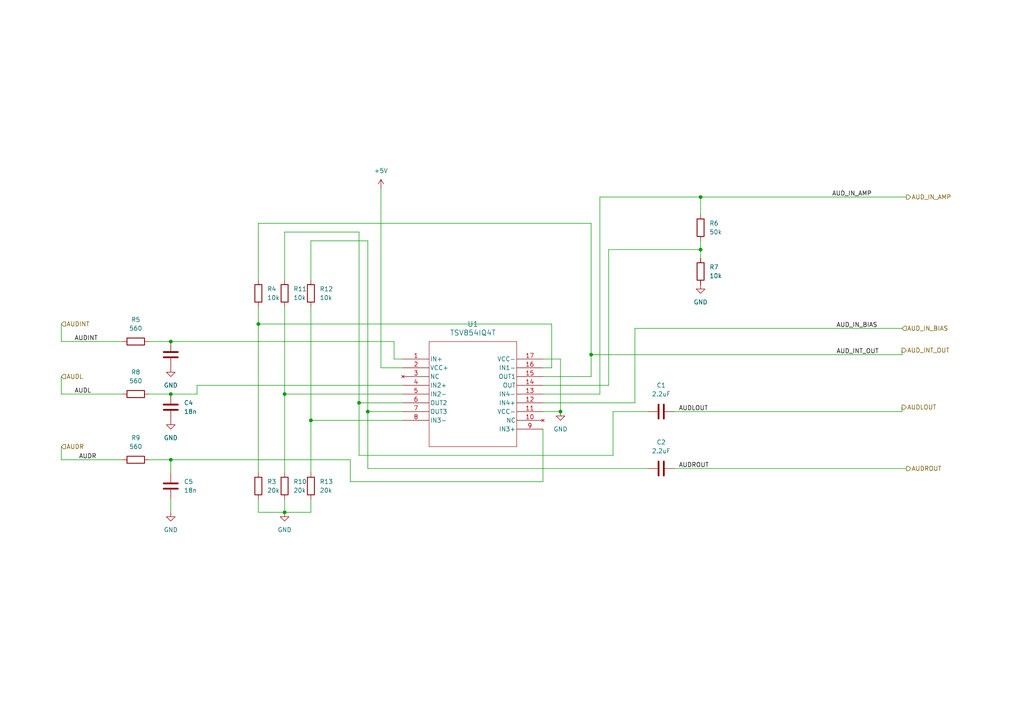
<source format=kicad_sch>
(kicad_sch
	(version 20250114)
	(generator "eeschema")
	(generator_version "9.0")
	(uuid "0d9d09b5-90ba-4c19-8042-ba33067acef6")
	(paper "A4")
	(lib_symbols
		(symbol "Device:C"
			(pin_numbers
				(hide yes)
			)
			(pin_names
				(offset 0.254)
			)
			(exclude_from_sim no)
			(in_bom yes)
			(on_board yes)
			(property "Reference" "C"
				(at 0.635 2.54 0)
				(effects
					(font
						(size 1.27 1.27)
					)
					(justify left)
				)
			)
			(property "Value" "C"
				(at 0.635 -2.54 0)
				(effects
					(font
						(size 1.27 1.27)
					)
					(justify left)
				)
			)
			(property "Footprint" ""
				(at 0.9652 -3.81 0)
				(effects
					(font
						(size 1.27 1.27)
					)
					(hide yes)
				)
			)
			(property "Datasheet" "~"
				(at 0 0 0)
				(effects
					(font
						(size 1.27 1.27)
					)
					(hide yes)
				)
			)
			(property "Description" "Unpolarized capacitor"
				(at 0 0 0)
				(effects
					(font
						(size 1.27 1.27)
					)
					(hide yes)
				)
			)
			(property "ki_keywords" "cap capacitor"
				(at 0 0 0)
				(effects
					(font
						(size 1.27 1.27)
					)
					(hide yes)
				)
			)
			(property "ki_fp_filters" "C_*"
				(at 0 0 0)
				(effects
					(font
						(size 1.27 1.27)
					)
					(hide yes)
				)
			)
			(symbol "C_0_1"
				(polyline
					(pts
						(xy -2.032 0.762) (xy 2.032 0.762)
					)
					(stroke
						(width 0.508)
						(type default)
					)
					(fill
						(type none)
					)
				)
				(polyline
					(pts
						(xy -2.032 -0.762) (xy 2.032 -0.762)
					)
					(stroke
						(width 0.508)
						(type default)
					)
					(fill
						(type none)
					)
				)
			)
			(symbol "C_1_1"
				(pin passive line
					(at 0 3.81 270)
					(length 2.794)
					(name "~"
						(effects
							(font
								(size 1.27 1.27)
							)
						)
					)
					(number "1"
						(effects
							(font
								(size 1.27 1.27)
							)
						)
					)
				)
				(pin passive line
					(at 0 -3.81 90)
					(length 2.794)
					(name "~"
						(effects
							(font
								(size 1.27 1.27)
							)
						)
					)
					(number "2"
						(effects
							(font
								(size 1.27 1.27)
							)
						)
					)
				)
			)
			(embedded_fonts no)
		)
		(symbol "Device:R"
			(pin_numbers
				(hide yes)
			)
			(pin_names
				(offset 0)
			)
			(exclude_from_sim no)
			(in_bom yes)
			(on_board yes)
			(property "Reference" "R"
				(at 2.032 0 90)
				(effects
					(font
						(size 1.27 1.27)
					)
				)
			)
			(property "Value" "R"
				(at 0 0 90)
				(effects
					(font
						(size 1.27 1.27)
					)
				)
			)
			(property "Footprint" ""
				(at -1.778 0 90)
				(effects
					(font
						(size 1.27 1.27)
					)
					(hide yes)
				)
			)
			(property "Datasheet" "~"
				(at 0 0 0)
				(effects
					(font
						(size 1.27 1.27)
					)
					(hide yes)
				)
			)
			(property "Description" "Resistor"
				(at 0 0 0)
				(effects
					(font
						(size 1.27 1.27)
					)
					(hide yes)
				)
			)
			(property "ki_keywords" "R res resistor"
				(at 0 0 0)
				(effects
					(font
						(size 1.27 1.27)
					)
					(hide yes)
				)
			)
			(property "ki_fp_filters" "R_*"
				(at 0 0 0)
				(effects
					(font
						(size 1.27 1.27)
					)
					(hide yes)
				)
			)
			(symbol "R_0_1"
				(rectangle
					(start -1.016 -2.54)
					(end 1.016 2.54)
					(stroke
						(width 0.254)
						(type default)
					)
					(fill
						(type none)
					)
				)
			)
			(symbol "R_1_1"
				(pin passive line
					(at 0 3.81 270)
					(length 1.27)
					(name "~"
						(effects
							(font
								(size 1.27 1.27)
							)
						)
					)
					(number "1"
						(effects
							(font
								(size 1.27 1.27)
							)
						)
					)
				)
				(pin passive line
					(at 0 -3.81 90)
					(length 1.27)
					(name "~"
						(effects
							(font
								(size 1.27 1.27)
							)
						)
					)
					(number "2"
						(effects
							(font
								(size 1.27 1.27)
							)
						)
					)
				)
			)
			(embedded_fonts no)
		)
		(symbol "power:+5V"
			(power)
			(pin_numbers
				(hide yes)
			)
			(pin_names
				(offset 0)
				(hide yes)
			)
			(exclude_from_sim no)
			(in_bom yes)
			(on_board yes)
			(property "Reference" "#PWR"
				(at 0 -3.81 0)
				(effects
					(font
						(size 1.27 1.27)
					)
					(hide yes)
				)
			)
			(property "Value" "+5V"
				(at 0 3.556 0)
				(effects
					(font
						(size 1.27 1.27)
					)
				)
			)
			(property "Footprint" ""
				(at 0 0 0)
				(effects
					(font
						(size 1.27 1.27)
					)
					(hide yes)
				)
			)
			(property "Datasheet" ""
				(at 0 0 0)
				(effects
					(font
						(size 1.27 1.27)
					)
					(hide yes)
				)
			)
			(property "Description" "Power symbol creates a global label with name \"+5V\""
				(at 0 0 0)
				(effects
					(font
						(size 1.27 1.27)
					)
					(hide yes)
				)
			)
			(property "ki_keywords" "global power"
				(at 0 0 0)
				(effects
					(font
						(size 1.27 1.27)
					)
					(hide yes)
				)
			)
			(symbol "+5V_0_1"
				(polyline
					(pts
						(xy -0.762 1.27) (xy 0 2.54)
					)
					(stroke
						(width 0)
						(type default)
					)
					(fill
						(type none)
					)
				)
				(polyline
					(pts
						(xy 0 2.54) (xy 0.762 1.27)
					)
					(stroke
						(width 0)
						(type default)
					)
					(fill
						(type none)
					)
				)
				(polyline
					(pts
						(xy 0 0) (xy 0 2.54)
					)
					(stroke
						(width 0)
						(type default)
					)
					(fill
						(type none)
					)
				)
			)
			(symbol "+5V_1_1"
				(pin power_in line
					(at 0 0 90)
					(length 0)
					(name "~"
						(effects
							(font
								(size 1.27 1.27)
							)
						)
					)
					(number "1"
						(effects
							(font
								(size 1.27 1.27)
							)
						)
					)
				)
			)
			(embedded_fonts no)
		)
		(symbol "power:GND"
			(power)
			(pin_numbers
				(hide yes)
			)
			(pin_names
				(offset 0)
				(hide yes)
			)
			(exclude_from_sim no)
			(in_bom yes)
			(on_board yes)
			(property "Reference" "#PWR"
				(at 0 -6.35 0)
				(effects
					(font
						(size 1.27 1.27)
					)
					(hide yes)
				)
			)
			(property "Value" "GND"
				(at 0 -3.81 0)
				(effects
					(font
						(size 1.27 1.27)
					)
				)
			)
			(property "Footprint" ""
				(at 0 0 0)
				(effects
					(font
						(size 1.27 1.27)
					)
					(hide yes)
				)
			)
			(property "Datasheet" ""
				(at 0 0 0)
				(effects
					(font
						(size 1.27 1.27)
					)
					(hide yes)
				)
			)
			(property "Description" "Power symbol creates a global label with name \"GND\" , ground"
				(at 0 0 0)
				(effects
					(font
						(size 1.27 1.27)
					)
					(hide yes)
				)
			)
			(property "ki_keywords" "global power"
				(at 0 0 0)
				(effects
					(font
						(size 1.27 1.27)
					)
					(hide yes)
				)
			)
			(symbol "GND_0_1"
				(polyline
					(pts
						(xy 0 0) (xy 0 -1.27) (xy 1.27 -1.27) (xy 0 -2.54) (xy -1.27 -1.27) (xy 0 -1.27)
					)
					(stroke
						(width 0)
						(type default)
					)
					(fill
						(type none)
					)
				)
			)
			(symbol "GND_1_1"
				(pin power_in line
					(at 0 0 270)
					(length 0)
					(name "~"
						(effects
							(font
								(size 1.27 1.27)
							)
						)
					)
					(number "1"
						(effects
							(font
								(size 1.27 1.27)
							)
						)
					)
				)
			)
			(embedded_fonts no)
		)
		(symbol "tsv854:TSV854IQ4T"
			(pin_names
				(offset 0.254)
			)
			(exclude_from_sim no)
			(in_bom yes)
			(on_board yes)
			(property "Reference" "U"
				(at 20.32 10.16 0)
				(effects
					(font
						(size 1.524 1.524)
					)
				)
			)
			(property "Value" "TSV854IQ4T"
				(at 20.32 7.62 0)
				(effects
					(font
						(size 1.524 1.524)
					)
				)
			)
			(property "Footprint" "QFN16_3X3_STM"
				(at 0 0 0)
				(effects
					(font
						(size 1.27 1.27)
						(italic yes)
					)
					(hide yes)
				)
			)
			(property "Datasheet" "TSV854IQ4T"
				(at 0 0 0)
				(effects
					(font
						(size 1.27 1.27)
						(italic yes)
					)
					(hide yes)
				)
			)
			(property "Description" ""
				(at 0 0 0)
				(effects
					(font
						(size 1.27 1.27)
					)
					(hide yes)
				)
			)
			(property "ki_locked" ""
				(at 0 0 0)
				(effects
					(font
						(size 1.27 1.27)
					)
				)
			)
			(property "ki_keywords" "TSV854IQ4T"
				(at 0 0 0)
				(effects
					(font
						(size 1.27 1.27)
					)
					(hide yes)
				)
			)
			(property "ki_fp_filters" "QFN16_3X3_STM QFN16_3X3_STM-M QFN16_3X3_STM-L"
				(at 0 0 0)
				(effects
					(font
						(size 1.27 1.27)
					)
					(hide yes)
				)
			)
			(symbol "TSV854IQ4T_0_1"
				(polyline
					(pts
						(xy 7.62 5.08) (xy 7.62 -25.4)
					)
					(stroke
						(width 0.127)
						(type default)
					)
					(fill
						(type none)
					)
				)
				(polyline
					(pts
						(xy 7.62 -25.4) (xy 33.02 -25.4)
					)
					(stroke
						(width 0.127)
						(type default)
					)
					(fill
						(type none)
					)
				)
				(polyline
					(pts
						(xy 33.02 5.08) (xy 7.62 5.08)
					)
					(stroke
						(width 0.127)
						(type default)
					)
					(fill
						(type none)
					)
				)
				(polyline
					(pts
						(xy 33.02 -25.4) (xy 33.02 5.08)
					)
					(stroke
						(width 0.127)
						(type default)
					)
					(fill
						(type none)
					)
				)
				(pin input line
					(at 0 0 0)
					(length 7.62)
					(name "IN+"
						(effects
							(font
								(size 1.27 1.27)
							)
						)
					)
					(number "1"
						(effects
							(font
								(size 1.27 1.27)
							)
						)
					)
				)
				(pin power_in line
					(at 0 -2.54 0)
					(length 7.62)
					(name "VCC+"
						(effects
							(font
								(size 1.27 1.27)
							)
						)
					)
					(number "2"
						(effects
							(font
								(size 1.27 1.27)
							)
						)
					)
				)
				(pin no_connect line
					(at 0 -5.08 0)
					(length 7.62)
					(name "NC"
						(effects
							(font
								(size 1.27 1.27)
							)
						)
					)
					(number "3"
						(effects
							(font
								(size 1.27 1.27)
							)
						)
					)
				)
				(pin input line
					(at 0 -7.62 0)
					(length 7.62)
					(name "IN2+"
						(effects
							(font
								(size 1.27 1.27)
							)
						)
					)
					(number "4"
						(effects
							(font
								(size 1.27 1.27)
							)
						)
					)
				)
				(pin input line
					(at 0 -10.16 0)
					(length 7.62)
					(name "IN2-"
						(effects
							(font
								(size 1.27 1.27)
							)
						)
					)
					(number "5"
						(effects
							(font
								(size 1.27 1.27)
							)
						)
					)
				)
				(pin output line
					(at 0 -12.7 0)
					(length 7.62)
					(name "OUT2"
						(effects
							(font
								(size 1.27 1.27)
							)
						)
					)
					(number "6"
						(effects
							(font
								(size 1.27 1.27)
							)
						)
					)
				)
				(pin output line
					(at 0 -15.24 0)
					(length 7.62)
					(name "OUT3"
						(effects
							(font
								(size 1.27 1.27)
							)
						)
					)
					(number "7"
						(effects
							(font
								(size 1.27 1.27)
							)
						)
					)
				)
				(pin input line
					(at 0 -17.78 0)
					(length 7.62)
					(name "IN3-"
						(effects
							(font
								(size 1.27 1.27)
							)
						)
					)
					(number "8"
						(effects
							(font
								(size 1.27 1.27)
							)
						)
					)
				)
				(pin power_in line
					(at 40.64 0 180)
					(length 7.62)
					(name "VCC-"
						(effects
							(font
								(size 1.27 1.27)
							)
						)
					)
					(number "17"
						(effects
							(font
								(size 1.27 1.27)
							)
						)
					)
				)
				(pin input line
					(at 40.64 -2.54 180)
					(length 7.62)
					(name "IN1-"
						(effects
							(font
								(size 1.27 1.27)
							)
						)
					)
					(number "16"
						(effects
							(font
								(size 1.27 1.27)
							)
						)
					)
				)
				(pin output line
					(at 40.64 -5.08 180)
					(length 7.62)
					(name "OUT1"
						(effects
							(font
								(size 1.27 1.27)
							)
						)
					)
					(number "15"
						(effects
							(font
								(size 1.27 1.27)
							)
						)
					)
				)
				(pin output line
					(at 40.64 -7.62 180)
					(length 7.62)
					(name "OUT"
						(effects
							(font
								(size 1.27 1.27)
							)
						)
					)
					(number "14"
						(effects
							(font
								(size 1.27 1.27)
							)
						)
					)
				)
				(pin input line
					(at 40.64 -10.16 180)
					(length 7.62)
					(name "IN4-"
						(effects
							(font
								(size 1.27 1.27)
							)
						)
					)
					(number "13"
						(effects
							(font
								(size 1.27 1.27)
							)
						)
					)
				)
				(pin input line
					(at 40.64 -12.7 180)
					(length 7.62)
					(name "IN4+"
						(effects
							(font
								(size 1.27 1.27)
							)
						)
					)
					(number "12"
						(effects
							(font
								(size 1.27 1.27)
							)
						)
					)
				)
				(pin power_in line
					(at 40.64 -15.24 180)
					(length 7.62)
					(name "VCC-"
						(effects
							(font
								(size 1.27 1.27)
							)
						)
					)
					(number "11"
						(effects
							(font
								(size 1.27 1.27)
							)
						)
					)
				)
				(pin no_connect line
					(at 40.64 -17.78 180)
					(length 7.62)
					(name "NC"
						(effects
							(font
								(size 1.27 1.27)
							)
						)
					)
					(number "10"
						(effects
							(font
								(size 1.27 1.27)
							)
						)
					)
				)
				(pin input line
					(at 40.64 -20.32 180)
					(length 7.62)
					(name "IN3+"
						(effects
							(font
								(size 1.27 1.27)
							)
						)
					)
					(number "9"
						(effects
							(font
								(size 1.27 1.27)
							)
						)
					)
				)
			)
			(embedded_fonts no)
		)
	)
	(junction
		(at 104.14 116.84)
		(diameter 0)
		(color 0 0 0 0)
		(uuid "2ffee229-b72a-4ba7-8b01-af9ca16bc921")
	)
	(junction
		(at 203.2 72.39)
		(diameter 0)
		(color 0 0 0 0)
		(uuid "37578e09-3225-4dc3-b3f4-e563b3ed4488")
	)
	(junction
		(at 90.17 121.92)
		(diameter 0)
		(color 0 0 0 0)
		(uuid "49cb0b6f-5c76-4a29-b25f-eb6ff014cf96")
	)
	(junction
		(at 49.53 133.35)
		(diameter 0)
		(color 0 0 0 0)
		(uuid "6d3fd435-4cae-482d-9ced-70aa5794d7e8")
	)
	(junction
		(at 203.2 57.15)
		(diameter 0)
		(color 0 0 0 0)
		(uuid "7dc97c82-b5d3-4bb8-971c-250eec6dc043")
	)
	(junction
		(at 82.55 148.59)
		(diameter 0)
		(color 0 0 0 0)
		(uuid "8816735e-3775-41f5-845d-01af961798cf")
	)
	(junction
		(at 49.53 99.06)
		(diameter 0)
		(color 0 0 0 0)
		(uuid "91ab528f-a75f-4311-a7e7-31f8bc72cab0")
	)
	(junction
		(at 171.45 102.87)
		(diameter 0)
		(color 0 0 0 0)
		(uuid "d2e92a07-fe40-438f-b358-ee6add87b48e")
	)
	(junction
		(at 74.93 93.98)
		(diameter 0)
		(color 0 0 0 0)
		(uuid "d3d8af00-d6d3-4437-a8e7-73b84939e090")
	)
	(junction
		(at 49.53 114.3)
		(diameter 0)
		(color 0 0 0 0)
		(uuid "d4871015-7b02-430b-883f-56fff6e17c3e")
	)
	(junction
		(at 162.56 119.38)
		(diameter 0)
		(color 0 0 0 0)
		(uuid "dd5acc39-1aac-4ddc-bd00-29eae6cc968e")
	)
	(junction
		(at 106.68 119.38)
		(diameter 0)
		(color 0 0 0 0)
		(uuid "e6661e37-932a-42ea-b70a-f111d856d481")
	)
	(junction
		(at 82.55 114.3)
		(diameter 0)
		(color 0 0 0 0)
		(uuid "ffd66eda-62cc-4287-ba40-ae65838a106a")
	)
	(wire
		(pts
			(xy 171.45 102.87) (xy 171.45 64.77)
		)
		(stroke
			(width 0)
			(type default)
		)
		(uuid "01a5abd4-59cb-4e57-ab9d-a93201d5ed68")
	)
	(wire
		(pts
			(xy 157.48 109.22) (xy 171.45 109.22)
		)
		(stroke
			(width 0)
			(type default)
		)
		(uuid "0364514e-3d3e-4584-92d0-2c47935efece")
	)
	(wire
		(pts
			(xy 17.78 93.98) (xy 17.78 99.06)
		)
		(stroke
			(width 0)
			(type default)
		)
		(uuid "03a22117-a2b8-4425-8c09-993bfbf4da9b")
	)
	(wire
		(pts
			(xy 114.3 104.14) (xy 114.3 99.06)
		)
		(stroke
			(width 0)
			(type default)
		)
		(uuid "04aba188-583b-4ced-963a-126b19a9530f")
	)
	(wire
		(pts
			(xy 49.53 144.78) (xy 49.53 148.59)
		)
		(stroke
			(width 0)
			(type default)
		)
		(uuid "04c2677a-1c96-40a3-bb94-c28b94480a73")
	)
	(wire
		(pts
			(xy 160.02 93.98) (xy 74.93 93.98)
		)
		(stroke
			(width 0)
			(type default)
		)
		(uuid "057e5d30-a5f2-462c-8661-656f872c96e2")
	)
	(wire
		(pts
			(xy 157.48 119.38) (xy 162.56 119.38)
		)
		(stroke
			(width 0)
			(type default)
		)
		(uuid "058b1392-155f-48ad-979c-165430dd1cc9")
	)
	(wire
		(pts
			(xy 177.8 119.38) (xy 187.96 119.38)
		)
		(stroke
			(width 0)
			(type default)
		)
		(uuid "0801dab3-8fed-4906-a5e6-68d76e7afbb1")
	)
	(wire
		(pts
			(xy 116.84 106.68) (xy 110.49 106.68)
		)
		(stroke
			(width 0)
			(type default)
		)
		(uuid "086b7d16-b96b-47fe-ad90-11abd02c3637")
	)
	(wire
		(pts
			(xy 110.49 54.61) (xy 110.49 106.68)
		)
		(stroke
			(width 0)
			(type default)
		)
		(uuid "1092aa7e-1f04-425c-8e09-a70c12675fd9")
	)
	(wire
		(pts
			(xy 106.68 69.85) (xy 90.17 69.85)
		)
		(stroke
			(width 0)
			(type default)
		)
		(uuid "19d5803e-32b5-47cd-adf8-a2fcdafdf73b")
	)
	(wire
		(pts
			(xy 157.48 124.46) (xy 157.48 139.7)
		)
		(stroke
			(width 0)
			(type default)
		)
		(uuid "19f11729-9ba2-47c5-a7c9-b669b4b70fd7")
	)
	(wire
		(pts
			(xy 261.62 119.38) (xy 261.62 118.11)
		)
		(stroke
			(width 0)
			(type default)
		)
		(uuid "1c862562-2132-425a-ab75-c6d5f62120e4")
	)
	(wire
		(pts
			(xy 173.99 57.15) (xy 173.99 114.3)
		)
		(stroke
			(width 0)
			(type default)
		)
		(uuid "24251544-4b83-400f-aea0-60fb323bbbc5")
	)
	(wire
		(pts
			(xy 176.53 72.39) (xy 176.53 111.76)
		)
		(stroke
			(width 0)
			(type default)
		)
		(uuid "26392363-0227-4473-96c6-d50abb9b42da")
	)
	(wire
		(pts
			(xy 104.14 67.31) (xy 104.14 116.84)
		)
		(stroke
			(width 0)
			(type default)
		)
		(uuid "267ac94d-2527-44a2-a2d8-ebfa150c8627")
	)
	(wire
		(pts
			(xy 74.93 93.98) (xy 74.93 137.16)
		)
		(stroke
			(width 0)
			(type default)
		)
		(uuid "26ce84dc-8e8a-4a5a-af26-0a3b95352067")
	)
	(wire
		(pts
			(xy 43.18 133.35) (xy 49.53 133.35)
		)
		(stroke
			(width 0)
			(type default)
		)
		(uuid "27022f00-f07f-40e0-aaf7-94763a8c8fc6")
	)
	(wire
		(pts
			(xy 104.14 116.84) (xy 104.14 132.08)
		)
		(stroke
			(width 0)
			(type default)
		)
		(uuid "2a661bbd-7da7-4cba-b8fd-38fcad70217b")
	)
	(wire
		(pts
			(xy 82.55 114.3) (xy 116.84 114.3)
		)
		(stroke
			(width 0)
			(type default)
		)
		(uuid "2c4d6bd0-c3ec-44ca-9011-32ae62413621")
	)
	(wire
		(pts
			(xy 43.18 114.3) (xy 49.53 114.3)
		)
		(stroke
			(width 0)
			(type default)
		)
		(uuid "2f3294ad-7aa3-4c11-9b9b-8a117bd89e8a")
	)
	(wire
		(pts
			(xy 171.45 102.87) (xy 261.62 102.87)
		)
		(stroke
			(width 0)
			(type default)
		)
		(uuid "35a0aa94-12a2-4e72-8524-9dd134f96356")
	)
	(wire
		(pts
			(xy 74.93 144.78) (xy 74.93 148.59)
		)
		(stroke
			(width 0)
			(type default)
		)
		(uuid "3677360b-b8b0-4947-875f-a0143a0ae3fb")
	)
	(wire
		(pts
			(xy 82.55 148.59) (xy 90.17 148.59)
		)
		(stroke
			(width 0)
			(type default)
		)
		(uuid "3b843b7f-1a2f-4465-bdc9-91d87cff901e")
	)
	(wire
		(pts
			(xy 101.6 133.35) (xy 101.6 139.7)
		)
		(stroke
			(width 0)
			(type default)
		)
		(uuid "3d1344c7-2672-4c77-98a7-9275753c528d")
	)
	(wire
		(pts
			(xy 74.93 148.59) (xy 82.55 148.59)
		)
		(stroke
			(width 0)
			(type default)
		)
		(uuid "3d8cbd8f-1ead-4f68-a267-f1b354b6c9b1")
	)
	(wire
		(pts
			(xy 157.48 116.84) (xy 184.15 116.84)
		)
		(stroke
			(width 0)
			(type default)
		)
		(uuid "4186ced8-0169-40da-8a85-85131ed9d2a7")
	)
	(wire
		(pts
			(xy 203.2 57.15) (xy 262.89 57.15)
		)
		(stroke
			(width 0)
			(type default)
		)
		(uuid "48c6be75-5f09-438d-ae1a-fddbb96640ab")
	)
	(wire
		(pts
			(xy 101.6 139.7) (xy 157.48 139.7)
		)
		(stroke
			(width 0)
			(type default)
		)
		(uuid "49031cfd-90d5-4a2d-a6b3-3b6692700f27")
	)
	(wire
		(pts
			(xy 157.48 114.3) (xy 173.99 114.3)
		)
		(stroke
			(width 0)
			(type default)
		)
		(uuid "4cceb930-ff00-49ac-9b96-6573d6705291")
	)
	(wire
		(pts
			(xy 203.2 69.85) (xy 203.2 72.39)
		)
		(stroke
			(width 0)
			(type default)
		)
		(uuid "4d40a315-6dcc-473c-87e2-41f2ee42b05d")
	)
	(wire
		(pts
			(xy 106.68 69.85) (xy 106.68 119.38)
		)
		(stroke
			(width 0)
			(type default)
		)
		(uuid "505a232f-6eb0-4782-baa9-377ce8339593")
	)
	(wire
		(pts
			(xy 162.56 104.14) (xy 162.56 119.38)
		)
		(stroke
			(width 0)
			(type default)
		)
		(uuid "54578d1b-c5cc-4cab-a6ad-e7fd39812aa3")
	)
	(wire
		(pts
			(xy 17.78 109.22) (xy 17.78 114.3)
		)
		(stroke
			(width 0)
			(type default)
		)
		(uuid "54f33f8a-7fb6-494d-97e0-b5bdb917a43d")
	)
	(wire
		(pts
			(xy 114.3 99.06) (xy 49.53 99.06)
		)
		(stroke
			(width 0)
			(type default)
		)
		(uuid "59254078-801c-4b19-a81c-23a85b7803d0")
	)
	(wire
		(pts
			(xy 184.15 116.84) (xy 184.15 95.25)
		)
		(stroke
			(width 0)
			(type default)
		)
		(uuid "5994283f-4cb5-46a2-8386-10cbf0c17f2f")
	)
	(wire
		(pts
			(xy 203.2 72.39) (xy 176.53 72.39)
		)
		(stroke
			(width 0)
			(type default)
		)
		(uuid "5b606f9e-0b72-445f-913a-d62be367166c")
	)
	(wire
		(pts
			(xy 173.99 57.15) (xy 203.2 57.15)
		)
		(stroke
			(width 0)
			(type default)
		)
		(uuid "610dcab2-e5b5-4bbc-80aa-704ba549d9ca")
	)
	(wire
		(pts
			(xy 116.84 104.14) (xy 114.3 104.14)
		)
		(stroke
			(width 0)
			(type default)
		)
		(uuid "6813a785-cf90-4800-89ce-6e59776b84b4")
	)
	(wire
		(pts
			(xy 104.14 67.31) (xy 82.55 67.31)
		)
		(stroke
			(width 0)
			(type default)
		)
		(uuid "696ce7a2-a7ae-42c0-9466-ef662ff4f942")
	)
	(wire
		(pts
			(xy 184.15 95.25) (xy 261.62 95.25)
		)
		(stroke
			(width 0)
			(type default)
		)
		(uuid "6dbf762f-8310-4208-b770-7fbe8778cd97")
	)
	(wire
		(pts
			(xy 157.48 111.76) (xy 176.53 111.76)
		)
		(stroke
			(width 0)
			(type default)
		)
		(uuid "74b92e77-ba99-4fc9-9569-ec683674bd35")
	)
	(wire
		(pts
			(xy 195.58 119.38) (xy 261.62 119.38)
		)
		(stroke
			(width 0)
			(type default)
		)
		(uuid "75f6ab37-77b6-43db-a9ad-da897b6ce437")
	)
	(wire
		(pts
			(xy 49.53 114.3) (xy 57.15 114.3)
		)
		(stroke
			(width 0)
			(type default)
		)
		(uuid "7a748406-e8c2-4f27-8282-baef1326aad4")
	)
	(wire
		(pts
			(xy 82.55 88.9) (xy 82.55 114.3)
		)
		(stroke
			(width 0)
			(type default)
		)
		(uuid "7f4286b0-4470-46c3-9035-ba8dab79622b")
	)
	(wire
		(pts
			(xy 82.55 114.3) (xy 82.55 137.16)
		)
		(stroke
			(width 0)
			(type default)
		)
		(uuid "88f3efba-b390-47d1-9f80-191d9d95591a")
	)
	(wire
		(pts
			(xy 203.2 72.39) (xy 203.2 74.93)
		)
		(stroke
			(width 0)
			(type default)
		)
		(uuid "891e9950-173a-43dc-8646-d56a40b8923d")
	)
	(wire
		(pts
			(xy 171.45 109.22) (xy 171.45 102.87)
		)
		(stroke
			(width 0)
			(type default)
		)
		(uuid "8c593ca7-6b96-4994-830f-280293f91fef")
	)
	(wire
		(pts
			(xy 49.53 133.35) (xy 101.6 133.35)
		)
		(stroke
			(width 0)
			(type default)
		)
		(uuid "9e1c678a-7ef8-4658-beba-876d37a2b9f6")
	)
	(wire
		(pts
			(xy 195.58 135.89) (xy 262.89 135.89)
		)
		(stroke
			(width 0)
			(type default)
		)
		(uuid "a74edcd1-5737-46e3-b65b-360b587c0c78")
	)
	(wire
		(pts
			(xy 157.48 106.68) (xy 160.02 106.68)
		)
		(stroke
			(width 0)
			(type default)
		)
		(uuid "ae2a7e57-8f5e-44fb-bdc9-355c4518274c")
	)
	(wire
		(pts
			(xy 104.14 132.08) (xy 177.8 132.08)
		)
		(stroke
			(width 0)
			(type default)
		)
		(uuid "af884401-43e9-4848-a124-79506495556d")
	)
	(wire
		(pts
			(xy 43.18 99.06) (xy 49.53 99.06)
		)
		(stroke
			(width 0)
			(type default)
		)
		(uuid "afb3cf30-190c-42b7-bbf4-4f683d94be50")
	)
	(wire
		(pts
			(xy 17.78 114.3) (xy 35.56 114.3)
		)
		(stroke
			(width 0)
			(type default)
		)
		(uuid "b11d20c9-cdc9-4e1b-a18b-4c8830209bd0")
	)
	(wire
		(pts
			(xy 49.53 133.35) (xy 49.53 137.16)
		)
		(stroke
			(width 0)
			(type default)
		)
		(uuid "b2a3107d-861d-4807-9aee-bcff627dac5a")
	)
	(wire
		(pts
			(xy 106.68 119.38) (xy 106.68 135.89)
		)
		(stroke
			(width 0)
			(type default)
		)
		(uuid "b5c7c26e-53a7-4439-9c4a-d9bdeab05c04")
	)
	(wire
		(pts
			(xy 90.17 121.92) (xy 116.84 121.92)
		)
		(stroke
			(width 0)
			(type default)
		)
		(uuid "bb31a15c-67c9-4199-b556-11e9cb69bb1d")
	)
	(wire
		(pts
			(xy 82.55 144.78) (xy 82.55 148.59)
		)
		(stroke
			(width 0)
			(type default)
		)
		(uuid "bd7369a0-c353-40d5-8c95-e02cd3b8a853")
	)
	(wire
		(pts
			(xy 57.15 114.3) (xy 57.15 111.76)
		)
		(stroke
			(width 0)
			(type default)
		)
		(uuid "bfe763bf-9e82-433f-ab8c-5a325f87f495")
	)
	(wire
		(pts
			(xy 177.8 132.08) (xy 177.8 119.38)
		)
		(stroke
			(width 0)
			(type default)
		)
		(uuid "c2cc01bc-3b36-4e56-9ff5-777586f58f08")
	)
	(wire
		(pts
			(xy 90.17 121.92) (xy 90.17 137.16)
		)
		(stroke
			(width 0)
			(type default)
		)
		(uuid "c52ea524-372a-448a-92fa-5e839d7e2a3f")
	)
	(wire
		(pts
			(xy 90.17 88.9) (xy 90.17 121.92)
		)
		(stroke
			(width 0)
			(type default)
		)
		(uuid "c7ccbfa0-8022-445b-abdb-1c053f6bf047")
	)
	(wire
		(pts
			(xy 106.68 135.89) (xy 187.96 135.89)
		)
		(stroke
			(width 0)
			(type default)
		)
		(uuid "cbf6046f-5828-4210-86cc-21a68bf92045")
	)
	(wire
		(pts
			(xy 160.02 93.98) (xy 160.02 106.68)
		)
		(stroke
			(width 0)
			(type default)
		)
		(uuid "cd39e44e-329f-4502-a1ec-e10be0cdb6fb")
	)
	(wire
		(pts
			(xy 203.2 57.15) (xy 203.2 62.23)
		)
		(stroke
			(width 0)
			(type default)
		)
		(uuid "cd979289-c168-485b-b7cc-4873d7dd62d3")
	)
	(wire
		(pts
			(xy 104.14 116.84) (xy 116.84 116.84)
		)
		(stroke
			(width 0)
			(type default)
		)
		(uuid "cea47535-9bc7-4580-b6e9-b2f97b60e950")
	)
	(wire
		(pts
			(xy 17.78 133.35) (xy 35.56 133.35)
		)
		(stroke
			(width 0)
			(type default)
		)
		(uuid "cf902067-d1f0-4a94-af27-44c863ec3fec")
	)
	(wire
		(pts
			(xy 116.84 119.38) (xy 106.68 119.38)
		)
		(stroke
			(width 0)
			(type default)
		)
		(uuid "cfd80ce3-a18c-47ca-b550-2430b7aa8dd5")
	)
	(wire
		(pts
			(xy 82.55 67.31) (xy 82.55 81.28)
		)
		(stroke
			(width 0)
			(type default)
		)
		(uuid "d325fcde-aa18-4907-a3f5-f31e1552e4e7")
	)
	(wire
		(pts
			(xy 171.45 64.77) (xy 74.93 64.77)
		)
		(stroke
			(width 0)
			(type default)
		)
		(uuid "d89f6494-350c-464e-8d21-f3616a96f7f1")
	)
	(wire
		(pts
			(xy 261.62 102.87) (xy 261.62 101.6)
		)
		(stroke
			(width 0)
			(type default)
		)
		(uuid "dc386098-1069-4fcb-b211-1f3f9c02a902")
	)
	(wire
		(pts
			(xy 17.78 99.06) (xy 35.56 99.06)
		)
		(stroke
			(width 0)
			(type default)
		)
		(uuid "e03dca6a-88fe-4f4c-887c-5227942d3158")
	)
	(wire
		(pts
			(xy 57.15 111.76) (xy 116.84 111.76)
		)
		(stroke
			(width 0)
			(type default)
		)
		(uuid "e5f0f6f7-699f-4591-bfde-caccf2d15a94")
	)
	(wire
		(pts
			(xy 90.17 144.78) (xy 90.17 148.59)
		)
		(stroke
			(width 0)
			(type default)
		)
		(uuid "e8d19410-f763-473c-986f-21f26bc90874")
	)
	(wire
		(pts
			(xy 90.17 69.85) (xy 90.17 81.28)
		)
		(stroke
			(width 0)
			(type default)
		)
		(uuid "f4902964-0b7d-4596-99bc-3e36937dfa5d")
	)
	(wire
		(pts
			(xy 17.78 129.54) (xy 17.78 133.35)
		)
		(stroke
			(width 0)
			(type default)
		)
		(uuid "f72747a6-b4d8-431b-93d5-796eaec1919a")
	)
	(wire
		(pts
			(xy 157.48 104.14) (xy 162.56 104.14)
		)
		(stroke
			(width 0)
			(type default)
		)
		(uuid "f9152313-b269-42ff-bb74-5a4fe3e09d60")
	)
	(wire
		(pts
			(xy 74.93 64.77) (xy 74.93 81.28)
		)
		(stroke
			(width 0)
			(type default)
		)
		(uuid "fe24b9df-9c38-4753-966d-73527e99ee7b")
	)
	(wire
		(pts
			(xy 74.93 88.9) (xy 74.93 93.98)
		)
		(stroke
			(width 0)
			(type default)
		)
		(uuid "fea062ec-c9de-4cd9-af71-82c2c16d98ea")
	)
	(label "AUD_IN_AMP"
		(at 241.3 57.15 0)
		(effects
			(font
				(size 1.27 1.27)
			)
			(justify left bottom)
		)
		(uuid "0b1173b0-46b2-497a-84be-48de18019f3d")
	)
	(label "AUD_INT_OUT"
		(at 242.57 102.87 0)
		(effects
			(font
				(size 1.27 1.27)
			)
			(justify left bottom)
		)
		(uuid "0d37b8ce-306f-443c-9050-f03bb263ed67")
	)
	(label "AUD_IN_BIAS"
		(at 242.57 95.25 0)
		(effects
			(font
				(size 1.27 1.27)
			)
			(justify left bottom)
		)
		(uuid "26f67193-92de-4bcd-8c61-bcc6d21a8657")
	)
	(label "AUDINT"
		(at 21.59 99.06 0)
		(effects
			(font
				(size 1.27 1.27)
			)
			(justify left bottom)
		)
		(uuid "6653fa70-748c-4606-b84e-d343e318c4da")
	)
	(label "AUDR"
		(at 22.86 133.35 0)
		(effects
			(font
				(size 1.27 1.27)
			)
			(justify left bottom)
		)
		(uuid "6ec286e1-eefb-4e82-8758-52b192603449")
	)
	(label "AUDROUT"
		(at 196.85 135.89 0)
		(effects
			(font
				(size 1.27 1.27)
			)
			(justify left bottom)
		)
		(uuid "8b7f5fb9-ac3f-4416-8378-3603575e562b")
	)
	(label "AUDLOUT"
		(at 196.85 119.38 0)
		(effects
			(font
				(size 1.27 1.27)
			)
			(justify left bottom)
		)
		(uuid "95e30fbf-64b7-45dc-868f-6dbf57f30360")
	)
	(label "AUDL"
		(at 21.59 114.3 0)
		(effects
			(font
				(size 1.27 1.27)
			)
			(justify left bottom)
		)
		(uuid "d34f7952-54af-4bad-8855-d150237a7400")
	)
	(hierarchical_label "AUD_INT_OUT"
		(shape output)
		(at 261.62 101.6 0)
		(effects
			(font
				(size 1.27 1.27)
			)
			(justify left)
		)
		(uuid "08f13941-54e1-4749-8f73-e4446cf9793a")
	)
	(hierarchical_label "AUDL"
		(shape input)
		(at 17.78 109.22 0)
		(effects
			(font
				(size 1.27 1.27)
			)
			(justify left)
		)
		(uuid "13a2cd95-5740-41c1-a251-b0fed1cb326d")
	)
	(hierarchical_label "AUDROUT"
		(shape output)
		(at 262.89 135.89 0)
		(effects
			(font
				(size 1.27 1.27)
			)
			(justify left)
		)
		(uuid "21eb8ff0-0c86-4b08-af63-094035a85633")
	)
	(hierarchical_label "AUDR"
		(shape input)
		(at 17.78 129.54 0)
		(effects
			(font
				(size 1.27 1.27)
			)
			(justify left)
		)
		(uuid "409f5e6b-aa08-4812-8121-a0c3b05ac36d")
	)
	(hierarchical_label "AUD_IN_AMP"
		(shape output)
		(at 262.89 57.15 0)
		(effects
			(font
				(size 1.27 1.27)
			)
			(justify left)
		)
		(uuid "92d835ba-f8b2-48c3-8e16-322f0eea0762")
	)
	(hierarchical_label "AUD_IN_BIAS"
		(shape input)
		(at 261.62 95.25 0)
		(effects
			(font
				(size 1.27 1.27)
			)
			(justify left)
		)
		(uuid "b9d8ef20-9cab-4863-8bca-b9ca1d6749ed")
	)
	(hierarchical_label "AUDLOUT"
		(shape output)
		(at 261.62 118.11 0)
		(effects
			(font
				(size 1.27 1.27)
			)
			(justify left)
		)
		(uuid "d860db8e-0398-4160-89c2-fb4d6943d4e2")
	)
	(hierarchical_label "AUDINT"
		(shape input)
		(at 17.78 93.98 0)
		(effects
			(font
				(size 1.27 1.27)
			)
			(justify left)
		)
		(uuid "f6aa412d-efee-4126-8bc2-afdc71ad7adb")
	)
	(symbol
		(lib_id "Device:C")
		(at 49.53 102.87 0)
		(unit 1)
		(exclude_from_sim no)
		(in_bom yes)
		(on_board yes)
		(dnp no)
		(fields_autoplaced yes)
		(uuid "0d7769d6-22f7-4d9e-9c65-6dc69e3e666b")
		(property "Reference" "C3"
			(at 53.34 101.5999 0)
			(effects
				(font
					(size 1.27 1.27)
				)
				(justify left)
				(hide yes)
			)
		)
		(property "Value" "18n"
			(at 53.34 104.1399 0)
			(effects
				(font
					(size 1.27 1.27)
				)
				(justify left)
				(hide yes)
			)
		)
		(property "Footprint" "Capacitor_SMD:C_0402_1005Metric"
			(at 50.4952 106.68 0)
			(effects
				(font
					(size 1.27 1.27)
				)
				(hide yes)
			)
		)
		(property "Datasheet" "~"
			(at 49.53 102.87 0)
			(effects
				(font
					(size 1.27 1.27)
				)
				(hide yes)
			)
		)
		(property "Description" "Unpolarized capacitor"
			(at 49.53 102.87 0)
			(effects
				(font
					(size 1.27 1.27)
				)
				(hide yes)
			)
		)
		(pin "1"
			(uuid "9caff73f-e188-47ff-90e1-4a4820896c5e")
		)
		(pin "2"
			(uuid "0d77c015-ce01-4db6-9d02-e8f9b41df8ef")
		)
		(instances
			(project ""
				(path "/f8f92944-710a-49a0-a698-f840e5f20e15/82ba8f9b-a44c-4965-afdf-636054a8ceef"
					(reference "C3")
					(unit 1)
				)
			)
		)
	)
	(symbol
		(lib_id "Device:C")
		(at 191.77 119.38 90)
		(unit 1)
		(exclude_from_sim no)
		(in_bom yes)
		(on_board yes)
		(dnp no)
		(fields_autoplaced yes)
		(uuid "17d98da9-3746-4535-a3ec-24efbc4e40a3")
		(property "Reference" "C1"
			(at 191.77 111.76 90)
			(effects
				(font
					(size 1.27 1.27)
				)
			)
		)
		(property "Value" "2.2uF"
			(at 191.77 114.3 90)
			(effects
				(font
					(size 1.27 1.27)
				)
			)
		)
		(property "Footprint" "Capacitor_SMD:C_0402_1005Metric"
			(at 195.58 118.4148 0)
			(effects
				(font
					(size 1.27 1.27)
				)
				(hide yes)
			)
		)
		(property "Datasheet" "~"
			(at 191.77 119.38 0)
			(effects
				(font
					(size 1.27 1.27)
				)
				(hide yes)
			)
		)
		(property "Description" "Unpolarized capacitor"
			(at 191.77 119.38 0)
			(effects
				(font
					(size 1.27 1.27)
				)
				(hide yes)
			)
		)
		(pin "1"
			(uuid "f238190b-ed4c-4303-86ac-3d96835f88dc")
		)
		(pin "2"
			(uuid "d8b73b6b-2176-4f6f-8086-4ad6e313cd31")
		)
		(instances
			(project ""
				(path "/f8f92944-710a-49a0-a698-f840e5f20e15/82ba8f9b-a44c-4965-afdf-636054a8ceef"
					(reference "C1")
					(unit 1)
				)
			)
		)
	)
	(symbol
		(lib_id "power:+5V")
		(at 110.49 54.61 0)
		(unit 1)
		(exclude_from_sim no)
		(in_bom yes)
		(on_board yes)
		(dnp no)
		(fields_autoplaced yes)
		(uuid "323efa29-a9a5-4f20-a1ad-ff615af34381")
		(property "Reference" "#PWR04"
			(at 110.49 58.42 0)
			(effects
				(font
					(size 1.27 1.27)
				)
				(hide yes)
			)
		)
		(property "Value" "+5V"
			(at 110.49 49.53 0)
			(effects
				(font
					(size 1.27 1.27)
				)
			)
		)
		(property "Footprint" ""
			(at 110.49 54.61 0)
			(effects
				(font
					(size 1.27 1.27)
				)
				(hide yes)
			)
		)
		(property "Datasheet" ""
			(at 110.49 54.61 0)
			(effects
				(font
					(size 1.27 1.27)
				)
				(hide yes)
			)
		)
		(property "Description" "Power symbol creates a global label with name \"+5V\""
			(at 110.49 54.61 0)
			(effects
				(font
					(size 1.27 1.27)
				)
				(hide yes)
			)
		)
		(pin "1"
			(uuid "dcf85c45-1491-4d75-af28-c34e728499ad")
		)
		(instances
			(project ""
				(path "/f8f92944-710a-49a0-a698-f840e5f20e15/82ba8f9b-a44c-4965-afdf-636054a8ceef"
					(reference "#PWR04")
					(unit 1)
				)
			)
		)
	)
	(symbol
		(lib_id "power:GND")
		(at 49.53 106.68 0)
		(unit 1)
		(exclude_from_sim no)
		(in_bom yes)
		(on_board yes)
		(dnp no)
		(uuid "366dec4c-a197-48e9-8aab-228c54238fed")
		(property "Reference" "#PWR05"
			(at 49.53 113.03 0)
			(effects
				(font
					(size 1.27 1.27)
				)
				(hide yes)
			)
		)
		(property "Value" "GND"
			(at 49.53 111.76 0)
			(effects
				(font
					(size 1.27 1.27)
				)
			)
		)
		(property "Footprint" ""
			(at 49.53 106.68 0)
			(effects
				(font
					(size 1.27 1.27)
				)
				(hide yes)
			)
		)
		(property "Datasheet" ""
			(at 49.53 106.68 0)
			(effects
				(font
					(size 1.27 1.27)
				)
				(hide yes)
			)
		)
		(property "Description" "Power symbol creates a global label with name \"GND\" , ground"
			(at 49.53 106.68 0)
			(effects
				(font
					(size 1.27 1.27)
				)
				(hide yes)
			)
		)
		(pin "1"
			(uuid "e050c6a1-901e-4f6f-a43e-673485c14f00")
		)
		(instances
			(project "pokeymax4b"
				(path "/f8f92944-710a-49a0-a698-f840e5f20e15/82ba8f9b-a44c-4965-afdf-636054a8ceef"
					(reference "#PWR05")
					(unit 1)
				)
			)
		)
	)
	(symbol
		(lib_id "power:GND")
		(at 203.2 82.55 0)
		(unit 1)
		(exclude_from_sim no)
		(in_bom yes)
		(on_board yes)
		(dnp no)
		(fields_autoplaced yes)
		(uuid "4357691c-18bb-4112-af18-1b01c703f083")
		(property "Reference" "#PWR019"
			(at 203.2 88.9 0)
			(effects
				(font
					(size 1.27 1.27)
				)
				(hide yes)
			)
		)
		(property "Value" "GND"
			(at 203.2 87.63 0)
			(effects
				(font
					(size 1.27 1.27)
				)
			)
		)
		(property "Footprint" ""
			(at 203.2 82.55 0)
			(effects
				(font
					(size 1.27 1.27)
				)
				(hide yes)
			)
		)
		(property "Datasheet" ""
			(at 203.2 82.55 0)
			(effects
				(font
					(size 1.27 1.27)
				)
				(hide yes)
			)
		)
		(property "Description" "Power symbol creates a global label with name \"GND\" , ground"
			(at 203.2 82.55 0)
			(effects
				(font
					(size 1.27 1.27)
				)
				(hide yes)
			)
		)
		(pin "1"
			(uuid "2ed34645-9a83-46d2-a465-d5cb029d82d2")
		)
		(instances
			(project ""
				(path "/f8f92944-710a-49a0-a698-f840e5f20e15/82ba8f9b-a44c-4965-afdf-636054a8ceef"
					(reference "#PWR019")
					(unit 1)
				)
			)
		)
	)
	(symbol
		(lib_id "Device:R")
		(at 39.37 99.06 90)
		(unit 1)
		(exclude_from_sim no)
		(in_bom yes)
		(on_board yes)
		(dnp no)
		(fields_autoplaced yes)
		(uuid "56b6209e-449e-4e2f-90ee-5c85bd8a93bd")
		(property "Reference" "R5"
			(at 39.37 92.71 90)
			(effects
				(font
					(size 1.27 1.27)
				)
			)
		)
		(property "Value" "560"
			(at 39.37 95.25 90)
			(effects
				(font
					(size 1.27 1.27)
				)
			)
		)
		(property "Footprint" "Resistor_SMD:R_0402_1005Metric"
			(at 39.37 100.838 90)
			(effects
				(font
					(size 1.27 1.27)
				)
				(hide yes)
			)
		)
		(property "Datasheet" "~"
			(at 39.37 99.06 0)
			(effects
				(font
					(size 1.27 1.27)
				)
				(hide yes)
			)
		)
		(property "Description" "Resistor"
			(at 39.37 99.06 0)
			(effects
				(font
					(size 1.27 1.27)
				)
				(hide yes)
			)
		)
		(pin "2"
			(uuid "28bad2f4-2cc9-4337-9818-4f76462eaf70")
		)
		(pin "1"
			(uuid "4dde1e6a-0c10-4143-ab12-10274a1aa13d")
		)
		(instances
			(project ""
				(path "/f8f92944-710a-49a0-a698-f840e5f20e15/82ba8f9b-a44c-4965-afdf-636054a8ceef"
					(reference "R5")
					(unit 1)
				)
			)
		)
	)
	(symbol
		(lib_id "power:GND")
		(at 49.53 121.92 0)
		(unit 1)
		(exclude_from_sim no)
		(in_bom yes)
		(on_board yes)
		(dnp no)
		(fields_autoplaced yes)
		(uuid "5e20c28e-3dc6-4036-9e5f-4e2518c2c8d0")
		(property "Reference" "#PWR06"
			(at 49.53 128.27 0)
			(effects
				(font
					(size 1.27 1.27)
				)
				(hide yes)
			)
		)
		(property "Value" "GND"
			(at 49.53 127 0)
			(effects
				(font
					(size 1.27 1.27)
				)
			)
		)
		(property "Footprint" ""
			(at 49.53 121.92 0)
			(effects
				(font
					(size 1.27 1.27)
				)
				(hide yes)
			)
		)
		(property "Datasheet" ""
			(at 49.53 121.92 0)
			(effects
				(font
					(size 1.27 1.27)
				)
				(hide yes)
			)
		)
		(property "Description" "Power symbol creates a global label with name \"GND\" , ground"
			(at 49.53 121.92 0)
			(effects
				(font
					(size 1.27 1.27)
				)
				(hide yes)
			)
		)
		(pin "1"
			(uuid "9aba0c48-af43-4f6f-8576-3cda11849139")
		)
		(instances
			(project "pokeymax4b"
				(path "/f8f92944-710a-49a0-a698-f840e5f20e15/82ba8f9b-a44c-4965-afdf-636054a8ceef"
					(reference "#PWR06")
					(unit 1)
				)
			)
		)
	)
	(symbol
		(lib_id "Device:R")
		(at 90.17 85.09 0)
		(unit 1)
		(exclude_from_sim no)
		(in_bom yes)
		(on_board yes)
		(dnp no)
		(fields_autoplaced yes)
		(uuid "5e5a44ac-f43b-4d66-a14c-97c738209ba8")
		(property "Reference" "R12"
			(at 92.71 83.8199 0)
			(effects
				(font
					(size 1.27 1.27)
				)
				(justify left)
			)
		)
		(property "Value" "10k"
			(at 92.71 86.3599 0)
			(effects
				(font
					(size 1.27 1.27)
				)
				(justify left)
			)
		)
		(property "Footprint" "Resistor_SMD:R_0402_1005Metric"
			(at 88.392 85.09 90)
			(effects
				(font
					(size 1.27 1.27)
				)
				(hide yes)
			)
		)
		(property "Datasheet" "~"
			(at 90.17 85.09 0)
			(effects
				(font
					(size 1.27 1.27)
				)
				(hide yes)
			)
		)
		(property "Description" "Resistor"
			(at 90.17 85.09 0)
			(effects
				(font
					(size 1.27 1.27)
				)
				(hide yes)
			)
		)
		(pin "1"
			(uuid "ed11f38e-4594-401e-a751-4b29cd3ddb6e")
		)
		(pin "2"
			(uuid "a714dabc-51b8-4869-a8eb-eedddf892d58")
		)
		(instances
			(project "pokeymax4b"
				(path "/f8f92944-710a-49a0-a698-f840e5f20e15/82ba8f9b-a44c-4965-afdf-636054a8ceef"
					(reference "R12")
					(unit 1)
				)
			)
		)
	)
	(symbol
		(lib_id "Device:R")
		(at 90.17 140.97 0)
		(unit 1)
		(exclude_from_sim no)
		(in_bom yes)
		(on_board yes)
		(dnp no)
		(fields_autoplaced yes)
		(uuid "66a8d576-e4bf-44c9-9e2b-1eebc6fafdce")
		(property "Reference" "R13"
			(at 92.71 139.6999 0)
			(effects
				(font
					(size 1.27 1.27)
				)
				(justify left)
			)
		)
		(property "Value" "20k"
			(at 92.71 142.2399 0)
			(effects
				(font
					(size 1.27 1.27)
				)
				(justify left)
			)
		)
		(property "Footprint" "Resistor_SMD:R_0402_1005Metric"
			(at 88.392 140.97 90)
			(effects
				(font
					(size 1.27 1.27)
				)
				(hide yes)
			)
		)
		(property "Datasheet" "~"
			(at 90.17 140.97 0)
			(effects
				(font
					(size 1.27 1.27)
				)
				(hide yes)
			)
		)
		(property "Description" "Resistor"
			(at 90.17 140.97 0)
			(effects
				(font
					(size 1.27 1.27)
				)
				(hide yes)
			)
		)
		(pin "1"
			(uuid "a772e65a-c9b4-46d9-afdd-f2f9468588e2")
		)
		(pin "2"
			(uuid "60e0302e-d349-401f-bd4d-f9e34dc27fed")
		)
		(instances
			(project ""
				(path "/f8f92944-710a-49a0-a698-f840e5f20e15/82ba8f9b-a44c-4965-afdf-636054a8ceef"
					(reference "R13")
					(unit 1)
				)
			)
		)
	)
	(symbol
		(lib_id "Device:R")
		(at 74.93 85.09 0)
		(unit 1)
		(exclude_from_sim no)
		(in_bom yes)
		(on_board yes)
		(dnp no)
		(fields_autoplaced yes)
		(uuid "7c412988-2e47-4d71-91bf-eb9f6c99ac62")
		(property "Reference" "R4"
			(at 77.47 83.8199 0)
			(effects
				(font
					(size 1.27 1.27)
				)
				(justify left)
			)
		)
		(property "Value" "10k"
			(at 77.47 86.3599 0)
			(effects
				(font
					(size 1.27 1.27)
				)
				(justify left)
			)
		)
		(property "Footprint" "Resistor_SMD:R_0402_1005Metric"
			(at 73.152 85.09 90)
			(effects
				(font
					(size 1.27 1.27)
				)
				(hide yes)
			)
		)
		(property "Datasheet" "~"
			(at 74.93 85.09 0)
			(effects
				(font
					(size 1.27 1.27)
				)
				(hide yes)
			)
		)
		(property "Description" "Resistor"
			(at 74.93 85.09 0)
			(effects
				(font
					(size 1.27 1.27)
				)
				(hide yes)
			)
		)
		(pin "2"
			(uuid "46a481d3-69e5-4a90-aec7-72116a81db2c")
		)
		(pin "1"
			(uuid "5a243ee3-786f-464f-b55d-d26312f39305")
		)
		(instances
			(project "pokeymax4b"
				(path "/f8f92944-710a-49a0-a698-f840e5f20e15/82ba8f9b-a44c-4965-afdf-636054a8ceef"
					(reference "R4")
					(unit 1)
				)
			)
		)
	)
	(symbol
		(lib_id "Device:R")
		(at 203.2 66.04 0)
		(unit 1)
		(exclude_from_sim no)
		(in_bom yes)
		(on_board yes)
		(dnp no)
		(fields_autoplaced yes)
		(uuid "82d95916-ded9-4398-a17b-8d5a9b47e911")
		(property "Reference" "R6"
			(at 205.74 64.7699 0)
			(effects
				(font
					(size 1.27 1.27)
				)
				(justify left)
			)
		)
		(property "Value" "50k"
			(at 205.74 67.3099 0)
			(effects
				(font
					(size 1.27 1.27)
				)
				(justify left)
			)
		)
		(property "Footprint" "Resistor_SMD:R_0402_1005Metric"
			(at 201.422 66.04 90)
			(effects
				(font
					(size 1.27 1.27)
				)
				(hide yes)
			)
		)
		(property "Datasheet" "~"
			(at 203.2 66.04 0)
			(effects
				(font
					(size 1.27 1.27)
				)
				(hide yes)
			)
		)
		(property "Description" "Resistor"
			(at 203.2 66.04 0)
			(effects
				(font
					(size 1.27 1.27)
				)
				(hide yes)
			)
		)
		(pin "2"
			(uuid "2a7040c5-dae4-43f7-b4ce-0eac769dcd61")
		)
		(pin "1"
			(uuid "0708ef85-a663-43bf-9ce8-8a5934ba7552")
		)
		(instances
			(project "pokeymax4b"
				(path "/f8f92944-710a-49a0-a698-f840e5f20e15/82ba8f9b-a44c-4965-afdf-636054a8ceef"
					(reference "R6")
					(unit 1)
				)
			)
		)
	)
	(symbol
		(lib_id "power:GND")
		(at 162.56 119.38 0)
		(unit 1)
		(exclude_from_sim no)
		(in_bom yes)
		(on_board yes)
		(dnp no)
		(fields_autoplaced yes)
		(uuid "8d01cd72-772b-4e7c-a598-f91900fb18cc")
		(property "Reference" "#PWR018"
			(at 162.56 125.73 0)
			(effects
				(font
					(size 1.27 1.27)
				)
				(hide yes)
			)
		)
		(property "Value" "GND"
			(at 162.56 124.46 0)
			(effects
				(font
					(size 1.27 1.27)
				)
			)
		)
		(property "Footprint" ""
			(at 162.56 119.38 0)
			(effects
				(font
					(size 1.27 1.27)
				)
				(hide yes)
			)
		)
		(property "Datasheet" ""
			(at 162.56 119.38 0)
			(effects
				(font
					(size 1.27 1.27)
				)
				(hide yes)
			)
		)
		(property "Description" "Power symbol creates a global label with name \"GND\" , ground"
			(at 162.56 119.38 0)
			(effects
				(font
					(size 1.27 1.27)
				)
				(hide yes)
			)
		)
		(pin "1"
			(uuid "16f786f0-2f9e-45d1-b663-d91cc578e2e2")
		)
		(instances
			(project ""
				(path "/f8f92944-710a-49a0-a698-f840e5f20e15/82ba8f9b-a44c-4965-afdf-636054a8ceef"
					(reference "#PWR018")
					(unit 1)
				)
			)
		)
	)
	(symbol
		(lib_id "Device:C")
		(at 191.77 135.89 90)
		(unit 1)
		(exclude_from_sim no)
		(in_bom yes)
		(on_board yes)
		(dnp no)
		(fields_autoplaced yes)
		(uuid "944920dc-2929-4380-b0e8-79ec11e959a8")
		(property "Reference" "C2"
			(at 191.77 128.27 90)
			(effects
				(font
					(size 1.27 1.27)
				)
			)
		)
		(property "Value" "2.2uF"
			(at 191.77 130.81 90)
			(effects
				(font
					(size 1.27 1.27)
				)
			)
		)
		(property "Footprint" "Capacitor_SMD:C_0402_1005Metric"
			(at 195.58 134.9248 0)
			(effects
				(font
					(size 1.27 1.27)
				)
				(hide yes)
			)
		)
		(property "Datasheet" "~"
			(at 191.77 135.89 0)
			(effects
				(font
					(size 1.27 1.27)
				)
				(hide yes)
			)
		)
		(property "Description" "Unpolarized capacitor"
			(at 191.77 135.89 0)
			(effects
				(font
					(size 1.27 1.27)
				)
				(hide yes)
			)
		)
		(pin "2"
			(uuid "165adea6-15ee-4810-8ec2-a1e21d14ff0e")
		)
		(pin "1"
			(uuid "bbae1dbc-cdec-4412-9075-609d208ef540")
		)
		(instances
			(project ""
				(path "/f8f92944-710a-49a0-a698-f840e5f20e15/82ba8f9b-a44c-4965-afdf-636054a8ceef"
					(reference "C2")
					(unit 1)
				)
			)
		)
	)
	(symbol
		(lib_id "Device:C")
		(at 49.53 140.97 0)
		(unit 1)
		(exclude_from_sim no)
		(in_bom yes)
		(on_board yes)
		(dnp no)
		(fields_autoplaced yes)
		(uuid "b082a89f-aef9-4d0c-9b53-72605348a78f")
		(property "Reference" "C5"
			(at 53.34 139.6999 0)
			(effects
				(font
					(size 1.27 1.27)
				)
				(justify left)
			)
		)
		(property "Value" "18n"
			(at 53.34 142.2399 0)
			(effects
				(font
					(size 1.27 1.27)
				)
				(justify left)
			)
		)
		(property "Footprint" "Capacitor_SMD:C_0402_1005Metric"
			(at 50.4952 144.78 0)
			(effects
				(font
					(size 1.27 1.27)
				)
				(hide yes)
			)
		)
		(property "Datasheet" "~"
			(at 49.53 140.97 0)
			(effects
				(font
					(size 1.27 1.27)
				)
				(hide yes)
			)
		)
		(property "Description" "Unpolarized capacitor"
			(at 49.53 140.97 0)
			(effects
				(font
					(size 1.27 1.27)
				)
				(hide yes)
			)
		)
		(pin "1"
			(uuid "9caff73f-e188-47ff-90e1-4a4820896c5f")
		)
		(pin "2"
			(uuid "0d77c015-ce01-4db6-9d02-e8f9b41df8f0")
		)
		(instances
			(project ""
				(path "/f8f92944-710a-49a0-a698-f840e5f20e15/82ba8f9b-a44c-4965-afdf-636054a8ceef"
					(reference "C5")
					(unit 1)
				)
			)
		)
	)
	(symbol
		(lib_id "Device:R")
		(at 74.93 140.97 0)
		(unit 1)
		(exclude_from_sim no)
		(in_bom yes)
		(on_board yes)
		(dnp no)
		(fields_autoplaced yes)
		(uuid "b0e15c75-3914-4648-a9ee-70e683bd0713")
		(property "Reference" "R3"
			(at 77.47 139.6999 0)
			(effects
				(font
					(size 1.27 1.27)
				)
				(justify left)
			)
		)
		(property "Value" "20k"
			(at 77.47 142.2399 0)
			(effects
				(font
					(size 1.27 1.27)
				)
				(justify left)
			)
		)
		(property "Footprint" "Resistor_SMD:R_0402_1005Metric"
			(at 73.152 140.97 90)
			(effects
				(font
					(size 1.27 1.27)
				)
				(hide yes)
			)
		)
		(property "Datasheet" "~"
			(at 74.93 140.97 0)
			(effects
				(font
					(size 1.27 1.27)
				)
				(hide yes)
			)
		)
		(property "Description" "Resistor"
			(at 74.93 140.97 0)
			(effects
				(font
					(size 1.27 1.27)
				)
				(hide yes)
			)
		)
		(pin "2"
			(uuid "0fae5604-1894-4cd1-89ee-f53c879e1514")
		)
		(pin "1"
			(uuid "91aa466c-1a28-4f05-ba8f-35d59d7976ba")
		)
		(instances
			(project ""
				(path "/f8f92944-710a-49a0-a698-f840e5f20e15/82ba8f9b-a44c-4965-afdf-636054a8ceef"
					(reference "R3")
					(unit 1)
				)
			)
		)
	)
	(symbol
		(lib_id "Device:R")
		(at 203.2 78.74 0)
		(unit 1)
		(exclude_from_sim no)
		(in_bom yes)
		(on_board yes)
		(dnp no)
		(fields_autoplaced yes)
		(uuid "b1b671ed-01b9-47e1-bd25-3aa7c2be12f2")
		(property "Reference" "R7"
			(at 205.74 77.4699 0)
			(effects
				(font
					(size 1.27 1.27)
				)
				(justify left)
			)
		)
		(property "Value" "10k"
			(at 205.74 80.0099 0)
			(effects
				(font
					(size 1.27 1.27)
				)
				(justify left)
			)
		)
		(property "Footprint" "Resistor_SMD:R_0402_1005Metric"
			(at 201.422 78.74 90)
			(effects
				(font
					(size 1.27 1.27)
				)
				(hide yes)
			)
		)
		(property "Datasheet" "~"
			(at 203.2 78.74 0)
			(effects
				(font
					(size 1.27 1.27)
				)
				(hide yes)
			)
		)
		(property "Description" "Resistor"
			(at 203.2 78.74 0)
			(effects
				(font
					(size 1.27 1.27)
				)
				(hide yes)
			)
		)
		(pin "2"
			(uuid "bdb7471c-c7b4-47f9-ad81-2d61ea9bd42f")
		)
		(pin "1"
			(uuid "9fa5a4e1-59b3-4a44-9049-347c798442e4")
		)
		(instances
			(project "pokeymax4b"
				(path "/f8f92944-710a-49a0-a698-f840e5f20e15/82ba8f9b-a44c-4965-afdf-636054a8ceef"
					(reference "R7")
					(unit 1)
				)
			)
		)
	)
	(symbol
		(lib_id "Device:R")
		(at 82.55 85.09 0)
		(unit 1)
		(exclude_from_sim no)
		(in_bom yes)
		(on_board yes)
		(dnp no)
		(fields_autoplaced yes)
		(uuid "bcca71ec-b66e-480c-b749-6828acc30a3b")
		(property "Reference" "R11"
			(at 85.09 83.8199 0)
			(effects
				(font
					(size 1.27 1.27)
				)
				(justify left)
			)
		)
		(property "Value" "10k"
			(at 85.09 86.3599 0)
			(effects
				(font
					(size 1.27 1.27)
				)
				(justify left)
			)
		)
		(property "Footprint" "Resistor_SMD:R_0402_1005Metric"
			(at 80.772 85.09 90)
			(effects
				(font
					(size 1.27 1.27)
				)
				(hide yes)
			)
		)
		(property "Datasheet" "~"
			(at 82.55 85.09 0)
			(effects
				(font
					(size 1.27 1.27)
				)
				(hide yes)
			)
		)
		(property "Description" "Resistor"
			(at 82.55 85.09 0)
			(effects
				(font
					(size 1.27 1.27)
				)
				(hide yes)
			)
		)
		(pin "2"
			(uuid "274627ce-d8fd-4ee1-bce5-d1d403e41915")
		)
		(pin "1"
			(uuid "b53737ea-f7ce-4199-a89e-fdde8bdec9a2")
		)
		(instances
			(project "pokeymax4b"
				(path "/f8f92944-710a-49a0-a698-f840e5f20e15/82ba8f9b-a44c-4965-afdf-636054a8ceef"
					(reference "R11")
					(unit 1)
				)
			)
		)
	)
	(symbol
		(lib_id "power:GND")
		(at 82.55 148.59 0)
		(unit 1)
		(exclude_from_sim no)
		(in_bom yes)
		(on_board yes)
		(dnp no)
		(fields_autoplaced yes)
		(uuid "bf015750-aca9-416b-a6c3-bdf6c2b50dca")
		(property "Reference" "#PWR03"
			(at 82.55 154.94 0)
			(effects
				(font
					(size 1.27 1.27)
				)
				(hide yes)
			)
		)
		(property "Value" "GND"
			(at 82.55 153.67 0)
			(effects
				(font
					(size 1.27 1.27)
				)
			)
		)
		(property "Footprint" ""
			(at 82.55 148.59 0)
			(effects
				(font
					(size 1.27 1.27)
				)
				(hide yes)
			)
		)
		(property "Datasheet" ""
			(at 82.55 148.59 0)
			(effects
				(font
					(size 1.27 1.27)
				)
				(hide yes)
			)
		)
		(property "Description" "Power symbol creates a global label with name \"GND\" , ground"
			(at 82.55 148.59 0)
			(effects
				(font
					(size 1.27 1.27)
				)
				(hide yes)
			)
		)
		(pin "1"
			(uuid "45320c35-9845-4821-9334-435a25c264d6")
		)
		(instances
			(project ""
				(path "/f8f92944-710a-49a0-a698-f840e5f20e15/82ba8f9b-a44c-4965-afdf-636054a8ceef"
					(reference "#PWR03")
					(unit 1)
				)
			)
		)
	)
	(symbol
		(lib_id "Device:R")
		(at 82.55 140.97 0)
		(unit 1)
		(exclude_from_sim no)
		(in_bom yes)
		(on_board yes)
		(dnp no)
		(fields_autoplaced yes)
		(uuid "cc7b1b7f-9245-4eb5-8b06-3167984f6c94")
		(property "Reference" "R10"
			(at 85.09 139.6999 0)
			(effects
				(font
					(size 1.27 1.27)
				)
				(justify left)
			)
		)
		(property "Value" "20k"
			(at 85.09 142.2399 0)
			(effects
				(font
					(size 1.27 1.27)
				)
				(justify left)
			)
		)
		(property "Footprint" "Resistor_SMD:R_0402_1005Metric"
			(at 80.772 140.97 90)
			(effects
				(font
					(size 1.27 1.27)
				)
				(hide yes)
			)
		)
		(property "Datasheet" "~"
			(at 82.55 140.97 0)
			(effects
				(font
					(size 1.27 1.27)
				)
				(hide yes)
			)
		)
		(property "Description" "Resistor"
			(at 82.55 140.97 0)
			(effects
				(font
					(size 1.27 1.27)
				)
				(hide yes)
			)
		)
		(pin "2"
			(uuid "69eb69b6-8fd9-4e50-b2e9-21967ba53daa")
		)
		(pin "1"
			(uuid "3f82f08a-03a3-48aa-9985-760ced998e2d")
		)
		(instances
			(project ""
				(path "/f8f92944-710a-49a0-a698-f840e5f20e15/82ba8f9b-a44c-4965-afdf-636054a8ceef"
					(reference "R10")
					(unit 1)
				)
			)
		)
	)
	(symbol
		(lib_id "Device:R")
		(at 39.37 114.3 90)
		(unit 1)
		(exclude_from_sim no)
		(in_bom yes)
		(on_board yes)
		(dnp no)
		(fields_autoplaced yes)
		(uuid "de5472cd-bfba-4376-90ea-437aeca34aa7")
		(property "Reference" "R8"
			(at 39.37 107.95 90)
			(effects
				(font
					(size 1.27 1.27)
				)
			)
		)
		(property "Value" "560"
			(at 39.37 110.49 90)
			(effects
				(font
					(size 1.27 1.27)
				)
			)
		)
		(property "Footprint" "Resistor_SMD:R_0402_1005Metric"
			(at 39.37 116.078 90)
			(effects
				(font
					(size 1.27 1.27)
				)
				(hide yes)
			)
		)
		(property "Datasheet" "~"
			(at 39.37 114.3 0)
			(effects
				(font
					(size 1.27 1.27)
				)
				(hide yes)
			)
		)
		(property "Description" "Resistor"
			(at 39.37 114.3 0)
			(effects
				(font
					(size 1.27 1.27)
				)
				(hide yes)
			)
		)
		(pin "2"
			(uuid "28bad2f4-2cc9-4337-9818-4f76462eaf71")
		)
		(pin "1"
			(uuid "4dde1e6a-0c10-4143-ab12-10274a1aa13e")
		)
		(instances
			(project ""
				(path "/f8f92944-710a-49a0-a698-f840e5f20e15/82ba8f9b-a44c-4965-afdf-636054a8ceef"
					(reference "R8")
					(unit 1)
				)
			)
		)
	)
	(symbol
		(lib_id "Device:R")
		(at 39.37 133.35 90)
		(unit 1)
		(exclude_from_sim no)
		(in_bom yes)
		(on_board yes)
		(dnp no)
		(uuid "dfc7e84e-8647-4e3a-b9f4-db250118b85a")
		(property "Reference" "R9"
			(at 39.37 127 90)
			(effects
				(font
					(size 1.27 1.27)
				)
			)
		)
		(property "Value" "560"
			(at 39.37 129.54 90)
			(effects
				(font
					(size 1.27 1.27)
				)
			)
		)
		(property "Footprint" "Resistor_SMD:R_0402_1005Metric"
			(at 39.37 135.128 90)
			(effects
				(font
					(size 1.27 1.27)
				)
				(hide yes)
			)
		)
		(property "Datasheet" "~"
			(at 39.37 133.35 0)
			(effects
				(font
					(size 1.27 1.27)
				)
				(hide yes)
			)
		)
		(property "Description" "Resistor"
			(at 39.37 133.35 0)
			(effects
				(font
					(size 1.27 1.27)
				)
				(hide yes)
			)
		)
		(pin "2"
			(uuid "28bad2f4-2cc9-4337-9818-4f76462eaf72")
		)
		(pin "1"
			(uuid "4dde1e6a-0c10-4143-ab12-10274a1aa13f")
		)
		(instances
			(project ""
				(path "/f8f92944-710a-49a0-a698-f840e5f20e15/82ba8f9b-a44c-4965-afdf-636054a8ceef"
					(reference "R9")
					(unit 1)
				)
			)
		)
	)
	(symbol
		(lib_id "Device:C")
		(at 49.53 118.11 0)
		(unit 1)
		(exclude_from_sim no)
		(in_bom yes)
		(on_board yes)
		(dnp no)
		(fields_autoplaced yes)
		(uuid "ea4ea202-e7f6-44e5-a11f-ce0f3697d55d")
		(property "Reference" "C4"
			(at 53.34 116.8399 0)
			(effects
				(font
					(size 1.27 1.27)
				)
				(justify left)
			)
		)
		(property "Value" "18n"
			(at 53.34 119.3799 0)
			(effects
				(font
					(size 1.27 1.27)
				)
				(justify left)
			)
		)
		(property "Footprint" "Capacitor_SMD:C_0402_1005Metric"
			(at 50.4952 121.92 0)
			(effects
				(font
					(size 1.27 1.27)
				)
				(hide yes)
			)
		)
		(property "Datasheet" "~"
			(at 49.53 118.11 0)
			(effects
				(font
					(size 1.27 1.27)
				)
				(hide yes)
			)
		)
		(property "Description" "Unpolarized capacitor"
			(at 49.53 118.11 0)
			(effects
				(font
					(size 1.27 1.27)
				)
				(hide yes)
			)
		)
		(pin "1"
			(uuid "9caff73f-e188-47ff-90e1-4a4820896c60")
		)
		(pin "2"
			(uuid "0d77c015-ce01-4db6-9d02-e8f9b41df8f1")
		)
		(instances
			(project ""
				(path "/f8f92944-710a-49a0-a698-f840e5f20e15/82ba8f9b-a44c-4965-afdf-636054a8ceef"
					(reference "C4")
					(unit 1)
				)
			)
		)
	)
	(symbol
		(lib_id "tsv854:TSV854IQ4T")
		(at 116.84 104.14 0)
		(unit 1)
		(exclude_from_sim no)
		(in_bom yes)
		(on_board yes)
		(dnp no)
		(fields_autoplaced yes)
		(uuid "f6694824-2c2f-4a11-9135-0efa43dfec98")
		(property "Reference" "U1"
			(at 137.16 93.98 0)
			(effects
				(font
					(size 1.524 1.524)
				)
			)
		)
		(property "Value" "TSV854IQ4T"
			(at 137.16 96.52 0)
			(effects
				(font
					(size 1.524 1.524)
				)
			)
		)
		(property "Footprint" "tsv854:QFN16_3X3_STM"
			(at 116.84 104.14 0)
			(effects
				(font
					(size 1.27 1.27)
					(italic yes)
				)
				(hide yes)
			)
		)
		(property "Datasheet" "TSV854IQ4T"
			(at 116.84 104.14 0)
			(effects
				(font
					(size 1.27 1.27)
					(italic yes)
				)
				(hide yes)
			)
		)
		(property "Description" ""
			(at 116.84 104.14 0)
			(effects
				(font
					(size 1.27 1.27)
				)
				(hide yes)
			)
		)
		(pin "9"
			(uuid "c6a673f1-9e84-441b-84b5-c80d4194c76e")
		)
		(pin "16"
			(uuid "3bd3717f-fb10-4207-9e4e-8431125da96d")
		)
		(pin "12"
			(uuid "04b3212f-6112-489a-8071-f5955b9bce14")
		)
		(pin "7"
			(uuid "66fe8479-c204-4838-92c9-b20b73c6ba82")
		)
		(pin "2"
			(uuid "12501360-4d1d-4307-a8f7-57ac32dbd248")
		)
		(pin "8"
			(uuid "f2fe9df6-87bd-4f06-9b85-301a8ffb3bcf")
		)
		(pin "6"
			(uuid "4fe29b78-0d4f-4a39-ad03-9f730299e15f")
		)
		(pin "14"
			(uuid "191535fd-d1b0-478b-b732-b0d8a742b2d0")
		)
		(pin "4"
			(uuid "39ba0e19-22f5-4834-acae-347c2696d92d")
		)
		(pin "5"
			(uuid "c6fd3c4a-9fe8-4a52-ba8a-980dc3686c28")
		)
		(pin "11"
			(uuid "7878453e-cc71-440c-9ff1-5342cf9c5f8b")
		)
		(pin "17"
			(uuid "8215636f-7e35-4e18-a849-a290adc877ed")
		)
		(pin "10"
			(uuid "94b46e95-a568-4d62-a03a-dd82bb9b59ff")
		)
		(pin "13"
			(uuid "fd398046-cd18-483c-a5ee-cad92ae12984")
		)
		(pin "3"
			(uuid "b2db86ad-35db-421a-9f23-1d0a2d6b7f58")
		)
		(pin "1"
			(uuid "7feff0fb-2640-4cd2-9e5e-731ec8d5ae2f")
		)
		(pin "15"
			(uuid "65aa60d8-a43d-49d1-9f2b-35102f5d6108")
		)
		(instances
			(project "pokeymax4b"
				(path "/f8f92944-710a-49a0-a698-f840e5f20e15/82ba8f9b-a44c-4965-afdf-636054a8ceef"
					(reference "U1")
					(unit 1)
				)
			)
		)
	)
	(symbol
		(lib_id "power:GND")
		(at 49.53 148.59 0)
		(unit 1)
		(exclude_from_sim no)
		(in_bom yes)
		(on_board yes)
		(dnp no)
		(fields_autoplaced yes)
		(uuid "f7276a89-a558-4f80-8247-c277dc21d730")
		(property "Reference" "#PWR07"
			(at 49.53 154.94 0)
			(effects
				(font
					(size 1.27 1.27)
				)
				(hide yes)
			)
		)
		(property "Value" "GND"
			(at 49.53 153.67 0)
			(effects
				(font
					(size 1.27 1.27)
				)
			)
		)
		(property "Footprint" ""
			(at 49.53 148.59 0)
			(effects
				(font
					(size 1.27 1.27)
				)
				(hide yes)
			)
		)
		(property "Datasheet" ""
			(at 49.53 148.59 0)
			(effects
				(font
					(size 1.27 1.27)
				)
				(hide yes)
			)
		)
		(property "Description" "Power symbol creates a global label with name \"GND\" , ground"
			(at 49.53 148.59 0)
			(effects
				(font
					(size 1.27 1.27)
				)
				(hide yes)
			)
		)
		(pin "1"
			(uuid "89fd1074-57f0-4bc1-8b9f-a719d04fca08")
		)
		(instances
			(project "pokeymax4b"
				(path "/f8f92944-710a-49a0-a698-f840e5f20e15/82ba8f9b-a44c-4965-afdf-636054a8ceef"
					(reference "#PWR07")
					(unit 1)
				)
			)
		)
	)
)

</source>
